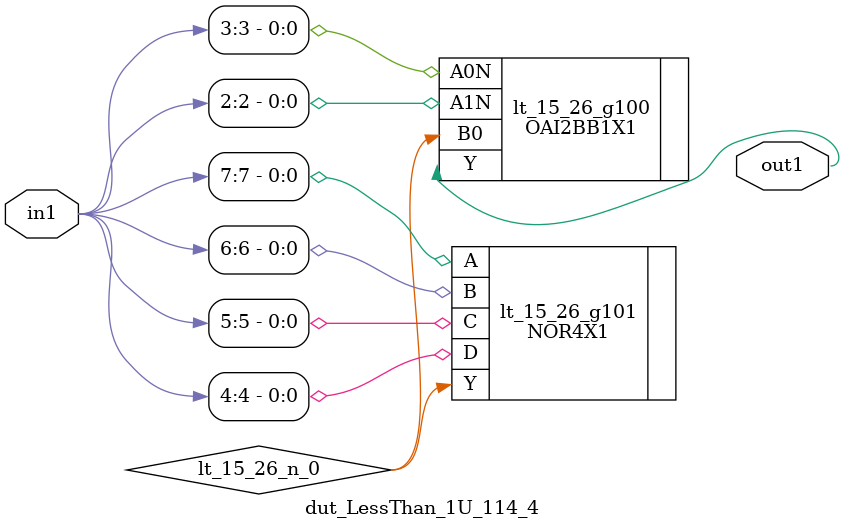
<source format=v>
`timescale 1ps / 1ps


module dut_LessThan_1U_114_4(in1, out1);
  input [7:0] in1;
  output out1;
  wire [7:0] in1;
  wire out1;
  wire lt_15_26_n_0;
  OAI2BB1X1 lt_15_26_g100(.A0N (in1[3]), .A1N (in1[2]), .B0
       (lt_15_26_n_0), .Y (out1));
  NOR4X1 lt_15_26_g101(.A (in1[7]), .B (in1[6]), .C (in1[5]), .D
       (in1[4]), .Y (lt_15_26_n_0));
endmodule



</source>
